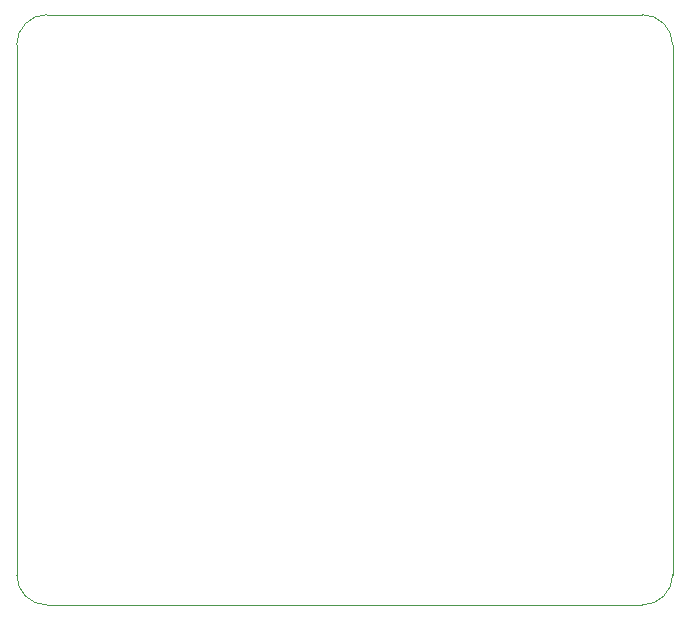
<source format=gm1>
G04 #@! TF.GenerationSoftware,KiCad,Pcbnew,5.1.5-52549c5~84~ubuntu18.04.1*
G04 #@! TF.CreationDate,2020-04-23T07:07:29+01:00*
G04 #@! TF.ProjectId,amalthea_rev0,616d616c-7468-4656-915f-726576302e6b,rev?*
G04 #@! TF.SameCoordinates,Original*
G04 #@! TF.FileFunction,Profile,NP*
%FSLAX46Y46*%
G04 Gerber Fmt 4.6, Leading zero omitted, Abs format (unit mm)*
G04 Created by KiCad (PCBNEW 5.1.5-52549c5~84~ubuntu18.04.1) date 2020-04-23 07:07:29*
%MOMM*%
%LPD*%
G04 APERTURE LIST*
%ADD10C,0.050000*%
G04 APERTURE END LIST*
D10*
X94615000Y-116014500D02*
G75*
G02X92075000Y-113474500I0J2540000D01*
G01*
X147614500Y-113450000D02*
G75*
G02X145050000Y-116014500I-2564500J0D01*
G01*
X92075000Y-68580000D02*
G75*
G02X94615000Y-66040000I2540000J0D01*
G01*
X147610000Y-68600000D02*
G75*
G03X145050000Y-66040000I-2560000J0D01*
G01*
X92075000Y-113474500D02*
X92075000Y-68580000D01*
X145050000Y-116014500D02*
X94615000Y-116014500D01*
X147610000Y-68600000D02*
X147614500Y-113450000D01*
X94615000Y-66040000D02*
X145050000Y-66040000D01*
M02*

</source>
